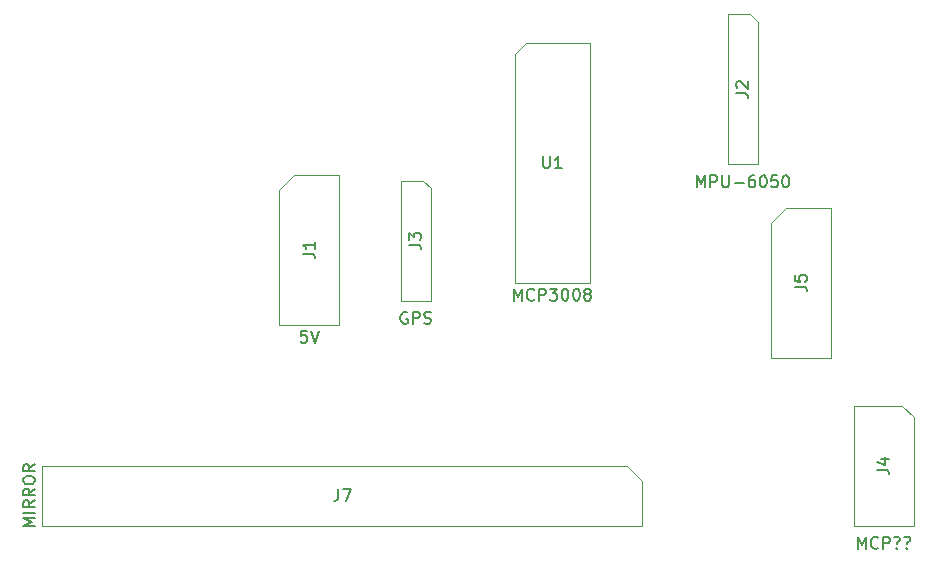
<source format=gbr>
%TF.GenerationSoftware,KiCad,Pcbnew,(5.1.9)-1*%
%TF.CreationDate,2022-08-11T12:06:35+02:00*%
%TF.ProjectId,raspi-shield,72617370-692d-4736-9869-656c642e6b69,rev?*%
%TF.SameCoordinates,Original*%
%TF.FileFunction,Other,Fab,Top*%
%FSLAX46Y46*%
G04 Gerber Fmt 4.6, Leading zero omitted, Abs format (unit mm)*
G04 Created by KiCad (PCBNEW (5.1.9)-1) date 2022-08-11 12:06:35*
%MOMM*%
%LPD*%
G01*
G04 APERTURE LIST*
%ADD10C,0.100000*%
%ADD11C,0.150000*%
G04 APERTURE END LIST*
D10*
%TO.C,U1*%
X126857000Y-46863000D02*
X132207000Y-46863000D01*
X132207000Y-46863000D02*
X132207000Y-67183000D01*
X132207000Y-67183000D02*
X125857000Y-67183000D01*
X125857000Y-67183000D02*
X125857000Y-47863000D01*
X125857000Y-47863000D02*
X126857000Y-46863000D01*
%TO.C,J7*%
X136652000Y-83947000D02*
X136652000Y-87757000D01*
X136652000Y-87757000D02*
X85852000Y-87757000D01*
X85852000Y-87757000D02*
X85852000Y-82677000D01*
X85852000Y-82677000D02*
X135382000Y-82677000D01*
X135382000Y-82677000D02*
X136652000Y-83947000D01*
%TO.C,J5*%
X148844000Y-60833000D02*
X152654000Y-60833000D01*
X152654000Y-60833000D02*
X152654000Y-73533000D01*
X152654000Y-73533000D02*
X147574000Y-73533000D01*
X147574000Y-73533000D02*
X147574000Y-62103000D01*
X147574000Y-62103000D02*
X148844000Y-60833000D01*
%TO.C,J4*%
X154559000Y-77597000D02*
X158639000Y-77597000D01*
X158639000Y-77597000D02*
X159639000Y-78597000D01*
X159639000Y-78597000D02*
X159639000Y-87757000D01*
X159639000Y-87757000D02*
X154559000Y-87757000D01*
X154559000Y-87757000D02*
X154559000Y-77597000D01*
%TO.C,J3*%
X116205000Y-58547000D02*
X118110000Y-58547000D01*
X118110000Y-58547000D02*
X118745000Y-59182000D01*
X118745000Y-59182000D02*
X118745000Y-68707000D01*
X118745000Y-68707000D02*
X116205000Y-68707000D01*
X116205000Y-68707000D02*
X116205000Y-58547000D01*
%TO.C,J2*%
X143891000Y-44450000D02*
X145796000Y-44450000D01*
X145796000Y-44450000D02*
X146431000Y-45085000D01*
X146431000Y-45085000D02*
X146431000Y-57150000D01*
X146431000Y-57150000D02*
X143891000Y-57150000D01*
X143891000Y-57150000D02*
X143891000Y-44450000D01*
%TO.C,J1*%
X107188000Y-58039000D02*
X110998000Y-58039000D01*
X110998000Y-58039000D02*
X110998000Y-70739000D01*
X110998000Y-70739000D02*
X105918000Y-70739000D01*
X105918000Y-70739000D02*
X105918000Y-59309000D01*
X105918000Y-59309000D02*
X107188000Y-58039000D01*
%TD*%
%TO.C,U1*%
D11*
X125793904Y-68695380D02*
X125793904Y-67695380D01*
X126127238Y-68409666D01*
X126460571Y-67695380D01*
X126460571Y-68695380D01*
X127508190Y-68600142D02*
X127460571Y-68647761D01*
X127317714Y-68695380D01*
X127222476Y-68695380D01*
X127079619Y-68647761D01*
X126984380Y-68552523D01*
X126936761Y-68457285D01*
X126889142Y-68266809D01*
X126889142Y-68123952D01*
X126936761Y-67933476D01*
X126984380Y-67838238D01*
X127079619Y-67743000D01*
X127222476Y-67695380D01*
X127317714Y-67695380D01*
X127460571Y-67743000D01*
X127508190Y-67790619D01*
X127936761Y-68695380D02*
X127936761Y-67695380D01*
X128317714Y-67695380D01*
X128412952Y-67743000D01*
X128460571Y-67790619D01*
X128508190Y-67885857D01*
X128508190Y-68028714D01*
X128460571Y-68123952D01*
X128412952Y-68171571D01*
X128317714Y-68219190D01*
X127936761Y-68219190D01*
X128841523Y-67695380D02*
X129460571Y-67695380D01*
X129127238Y-68076333D01*
X129270095Y-68076333D01*
X129365333Y-68123952D01*
X129412952Y-68171571D01*
X129460571Y-68266809D01*
X129460571Y-68504904D01*
X129412952Y-68600142D01*
X129365333Y-68647761D01*
X129270095Y-68695380D01*
X128984380Y-68695380D01*
X128889142Y-68647761D01*
X128841523Y-68600142D01*
X130079619Y-67695380D02*
X130174857Y-67695380D01*
X130270095Y-67743000D01*
X130317714Y-67790619D01*
X130365333Y-67885857D01*
X130412952Y-68076333D01*
X130412952Y-68314428D01*
X130365333Y-68504904D01*
X130317714Y-68600142D01*
X130270095Y-68647761D01*
X130174857Y-68695380D01*
X130079619Y-68695380D01*
X129984380Y-68647761D01*
X129936761Y-68600142D01*
X129889142Y-68504904D01*
X129841523Y-68314428D01*
X129841523Y-68076333D01*
X129889142Y-67885857D01*
X129936761Y-67790619D01*
X129984380Y-67743000D01*
X130079619Y-67695380D01*
X131032000Y-67695380D02*
X131127238Y-67695380D01*
X131222476Y-67743000D01*
X131270095Y-67790619D01*
X131317714Y-67885857D01*
X131365333Y-68076333D01*
X131365333Y-68314428D01*
X131317714Y-68504904D01*
X131270095Y-68600142D01*
X131222476Y-68647761D01*
X131127238Y-68695380D01*
X131032000Y-68695380D01*
X130936761Y-68647761D01*
X130889142Y-68600142D01*
X130841523Y-68504904D01*
X130793904Y-68314428D01*
X130793904Y-68076333D01*
X130841523Y-67885857D01*
X130889142Y-67790619D01*
X130936761Y-67743000D01*
X131032000Y-67695380D01*
X131936761Y-68123952D02*
X131841523Y-68076333D01*
X131793904Y-68028714D01*
X131746285Y-67933476D01*
X131746285Y-67885857D01*
X131793904Y-67790619D01*
X131841523Y-67743000D01*
X131936761Y-67695380D01*
X132127238Y-67695380D01*
X132222476Y-67743000D01*
X132270095Y-67790619D01*
X132317714Y-67885857D01*
X132317714Y-67933476D01*
X132270095Y-68028714D01*
X132222476Y-68076333D01*
X132127238Y-68123952D01*
X131936761Y-68123952D01*
X131841523Y-68171571D01*
X131793904Y-68219190D01*
X131746285Y-68314428D01*
X131746285Y-68504904D01*
X131793904Y-68600142D01*
X131841523Y-68647761D01*
X131936761Y-68695380D01*
X132127238Y-68695380D01*
X132222476Y-68647761D01*
X132270095Y-68600142D01*
X132317714Y-68504904D01*
X132317714Y-68314428D01*
X132270095Y-68219190D01*
X132222476Y-68171571D01*
X132127238Y-68123952D01*
X128270095Y-56475380D02*
X128270095Y-57284904D01*
X128317714Y-57380142D01*
X128365333Y-57427761D01*
X128460571Y-57475380D01*
X128651047Y-57475380D01*
X128746285Y-57427761D01*
X128793904Y-57380142D01*
X128841523Y-57284904D01*
X128841523Y-56475380D01*
X129841523Y-57475380D02*
X129270095Y-57475380D01*
X129555809Y-57475380D02*
X129555809Y-56475380D01*
X129460571Y-56618238D01*
X129365333Y-56713476D01*
X129270095Y-56761095D01*
%TO.C,J7*%
X85244380Y-87812238D02*
X84244380Y-87812238D01*
X84958666Y-87478904D01*
X84244380Y-87145571D01*
X85244380Y-87145571D01*
X85244380Y-86669380D02*
X84244380Y-86669380D01*
X85244380Y-85621761D02*
X84768190Y-85955095D01*
X85244380Y-86193190D02*
X84244380Y-86193190D01*
X84244380Y-85812238D01*
X84292000Y-85717000D01*
X84339619Y-85669380D01*
X84434857Y-85621761D01*
X84577714Y-85621761D01*
X84672952Y-85669380D01*
X84720571Y-85717000D01*
X84768190Y-85812238D01*
X84768190Y-86193190D01*
X85244380Y-84621761D02*
X84768190Y-84955095D01*
X85244380Y-85193190D02*
X84244380Y-85193190D01*
X84244380Y-84812238D01*
X84292000Y-84717000D01*
X84339619Y-84669380D01*
X84434857Y-84621761D01*
X84577714Y-84621761D01*
X84672952Y-84669380D01*
X84720571Y-84717000D01*
X84768190Y-84812238D01*
X84768190Y-85193190D01*
X84244380Y-84002714D02*
X84244380Y-83812238D01*
X84292000Y-83717000D01*
X84387238Y-83621761D01*
X84577714Y-83574142D01*
X84911047Y-83574142D01*
X85101523Y-83621761D01*
X85196761Y-83717000D01*
X85244380Y-83812238D01*
X85244380Y-84002714D01*
X85196761Y-84097952D01*
X85101523Y-84193190D01*
X84911047Y-84240809D01*
X84577714Y-84240809D01*
X84387238Y-84193190D01*
X84292000Y-84097952D01*
X84244380Y-84002714D01*
X85244380Y-82574142D02*
X84768190Y-82907476D01*
X85244380Y-83145571D02*
X84244380Y-83145571D01*
X84244380Y-82764619D01*
X84292000Y-82669380D01*
X84339619Y-82621761D01*
X84434857Y-82574142D01*
X84577714Y-82574142D01*
X84672952Y-82621761D01*
X84720571Y-82669380D01*
X84768190Y-82764619D01*
X84768190Y-83145571D01*
X110918666Y-84669380D02*
X110918666Y-85383666D01*
X110871047Y-85526523D01*
X110775809Y-85621761D01*
X110632952Y-85669380D01*
X110537714Y-85669380D01*
X111299619Y-84669380D02*
X111966285Y-84669380D01*
X111537714Y-85669380D01*
%TO.C,J5*%
X149566380Y-67516333D02*
X150280666Y-67516333D01*
X150423523Y-67563952D01*
X150518761Y-67659190D01*
X150566380Y-67802047D01*
X150566380Y-67897285D01*
X149566380Y-66563952D02*
X149566380Y-67040142D01*
X150042571Y-67087761D01*
X149994952Y-67040142D01*
X149947333Y-66944904D01*
X149947333Y-66706809D01*
X149994952Y-66611571D01*
X150042571Y-66563952D01*
X150137809Y-66516333D01*
X150375904Y-66516333D01*
X150471142Y-66563952D01*
X150518761Y-66611571D01*
X150566380Y-66706809D01*
X150566380Y-66944904D01*
X150518761Y-67040142D01*
X150471142Y-67087761D01*
%TO.C,J4*%
X154908523Y-89709380D02*
X154908523Y-88709380D01*
X155241857Y-89423666D01*
X155575190Y-88709380D01*
X155575190Y-89709380D01*
X156622809Y-89614142D02*
X156575190Y-89661761D01*
X156432333Y-89709380D01*
X156337095Y-89709380D01*
X156194238Y-89661761D01*
X156099000Y-89566523D01*
X156051380Y-89471285D01*
X156003761Y-89280809D01*
X156003761Y-89137952D01*
X156051380Y-88947476D01*
X156099000Y-88852238D01*
X156194238Y-88757000D01*
X156337095Y-88709380D01*
X156432333Y-88709380D01*
X156575190Y-88757000D01*
X156622809Y-88804619D01*
X157051380Y-89709380D02*
X157051380Y-88709380D01*
X157432333Y-88709380D01*
X157527571Y-88757000D01*
X157575190Y-88804619D01*
X157622809Y-88899857D01*
X157622809Y-89042714D01*
X157575190Y-89137952D01*
X157527571Y-89185571D01*
X157432333Y-89233190D01*
X157051380Y-89233190D01*
X158194238Y-89614142D02*
X158241857Y-89661761D01*
X158194238Y-89709380D01*
X158146619Y-89661761D01*
X158194238Y-89614142D01*
X158194238Y-89709380D01*
X158003761Y-88757000D02*
X158099000Y-88709380D01*
X158337095Y-88709380D01*
X158432333Y-88757000D01*
X158479952Y-88852238D01*
X158479952Y-88947476D01*
X158432333Y-89042714D01*
X158384714Y-89090333D01*
X158289476Y-89137952D01*
X158241857Y-89185571D01*
X158194238Y-89280809D01*
X158194238Y-89328428D01*
X159051380Y-89614142D02*
X159099000Y-89661761D01*
X159051380Y-89709380D01*
X159003761Y-89661761D01*
X159051380Y-89614142D01*
X159051380Y-89709380D01*
X158860904Y-88757000D02*
X158956142Y-88709380D01*
X159194238Y-88709380D01*
X159289476Y-88757000D01*
X159337095Y-88852238D01*
X159337095Y-88947476D01*
X159289476Y-89042714D01*
X159241857Y-89090333D01*
X159146619Y-89137952D01*
X159099000Y-89185571D01*
X159051380Y-89280809D01*
X159051380Y-89328428D01*
X156551380Y-83010333D02*
X157265666Y-83010333D01*
X157408523Y-83057952D01*
X157503761Y-83153190D01*
X157551380Y-83296047D01*
X157551380Y-83391285D01*
X156884714Y-82105571D02*
X157551380Y-82105571D01*
X156503761Y-82343666D02*
X157218047Y-82581761D01*
X157218047Y-81962714D01*
%TO.C,J3*%
X116760714Y-69707000D02*
X116665476Y-69659380D01*
X116522619Y-69659380D01*
X116379761Y-69707000D01*
X116284523Y-69802238D01*
X116236904Y-69897476D01*
X116189285Y-70087952D01*
X116189285Y-70230809D01*
X116236904Y-70421285D01*
X116284523Y-70516523D01*
X116379761Y-70611761D01*
X116522619Y-70659380D01*
X116617857Y-70659380D01*
X116760714Y-70611761D01*
X116808333Y-70564142D01*
X116808333Y-70230809D01*
X116617857Y-70230809D01*
X117236904Y-70659380D02*
X117236904Y-69659380D01*
X117617857Y-69659380D01*
X117713095Y-69707000D01*
X117760714Y-69754619D01*
X117808333Y-69849857D01*
X117808333Y-69992714D01*
X117760714Y-70087952D01*
X117713095Y-70135571D01*
X117617857Y-70183190D01*
X117236904Y-70183190D01*
X118189285Y-70611761D02*
X118332142Y-70659380D01*
X118570238Y-70659380D01*
X118665476Y-70611761D01*
X118713095Y-70564142D01*
X118760714Y-70468904D01*
X118760714Y-70373666D01*
X118713095Y-70278428D01*
X118665476Y-70230809D01*
X118570238Y-70183190D01*
X118379761Y-70135571D01*
X118284523Y-70087952D01*
X118236904Y-70040333D01*
X118189285Y-69945095D01*
X118189285Y-69849857D01*
X118236904Y-69754619D01*
X118284523Y-69707000D01*
X118379761Y-69659380D01*
X118617857Y-69659380D01*
X118760714Y-69707000D01*
X116927380Y-63960333D02*
X117641666Y-63960333D01*
X117784523Y-64007952D01*
X117879761Y-64103190D01*
X117927380Y-64246047D01*
X117927380Y-64341285D01*
X116927380Y-63579380D02*
X116927380Y-62960333D01*
X117308333Y-63293666D01*
X117308333Y-63150809D01*
X117355952Y-63055571D01*
X117403571Y-63007952D01*
X117498809Y-62960333D01*
X117736904Y-62960333D01*
X117832142Y-63007952D01*
X117879761Y-63055571D01*
X117927380Y-63150809D01*
X117927380Y-63436523D01*
X117879761Y-63531761D01*
X117832142Y-63579380D01*
%TO.C,J2*%
X141280047Y-59102380D02*
X141280047Y-58102380D01*
X141613380Y-58816666D01*
X141946714Y-58102380D01*
X141946714Y-59102380D01*
X142422904Y-59102380D02*
X142422904Y-58102380D01*
X142803857Y-58102380D01*
X142899095Y-58150000D01*
X142946714Y-58197619D01*
X142994333Y-58292857D01*
X142994333Y-58435714D01*
X142946714Y-58530952D01*
X142899095Y-58578571D01*
X142803857Y-58626190D01*
X142422904Y-58626190D01*
X143422904Y-58102380D02*
X143422904Y-58911904D01*
X143470523Y-59007142D01*
X143518142Y-59054761D01*
X143613380Y-59102380D01*
X143803857Y-59102380D01*
X143899095Y-59054761D01*
X143946714Y-59007142D01*
X143994333Y-58911904D01*
X143994333Y-58102380D01*
X144470523Y-58721428D02*
X145232428Y-58721428D01*
X146137190Y-58102380D02*
X145946714Y-58102380D01*
X145851476Y-58150000D01*
X145803857Y-58197619D01*
X145708619Y-58340476D01*
X145661000Y-58530952D01*
X145661000Y-58911904D01*
X145708619Y-59007142D01*
X145756238Y-59054761D01*
X145851476Y-59102380D01*
X146041952Y-59102380D01*
X146137190Y-59054761D01*
X146184809Y-59007142D01*
X146232428Y-58911904D01*
X146232428Y-58673809D01*
X146184809Y-58578571D01*
X146137190Y-58530952D01*
X146041952Y-58483333D01*
X145851476Y-58483333D01*
X145756238Y-58530952D01*
X145708619Y-58578571D01*
X145661000Y-58673809D01*
X146851476Y-58102380D02*
X146946714Y-58102380D01*
X147041952Y-58150000D01*
X147089571Y-58197619D01*
X147137190Y-58292857D01*
X147184809Y-58483333D01*
X147184809Y-58721428D01*
X147137190Y-58911904D01*
X147089571Y-59007142D01*
X147041952Y-59054761D01*
X146946714Y-59102380D01*
X146851476Y-59102380D01*
X146756238Y-59054761D01*
X146708619Y-59007142D01*
X146661000Y-58911904D01*
X146613380Y-58721428D01*
X146613380Y-58483333D01*
X146661000Y-58292857D01*
X146708619Y-58197619D01*
X146756238Y-58150000D01*
X146851476Y-58102380D01*
X148089571Y-58102380D02*
X147613380Y-58102380D01*
X147565761Y-58578571D01*
X147613380Y-58530952D01*
X147708619Y-58483333D01*
X147946714Y-58483333D01*
X148041952Y-58530952D01*
X148089571Y-58578571D01*
X148137190Y-58673809D01*
X148137190Y-58911904D01*
X148089571Y-59007142D01*
X148041952Y-59054761D01*
X147946714Y-59102380D01*
X147708619Y-59102380D01*
X147613380Y-59054761D01*
X147565761Y-59007142D01*
X148756238Y-58102380D02*
X148851476Y-58102380D01*
X148946714Y-58150000D01*
X148994333Y-58197619D01*
X149041952Y-58292857D01*
X149089571Y-58483333D01*
X149089571Y-58721428D01*
X149041952Y-58911904D01*
X148994333Y-59007142D01*
X148946714Y-59054761D01*
X148851476Y-59102380D01*
X148756238Y-59102380D01*
X148661000Y-59054761D01*
X148613380Y-59007142D01*
X148565761Y-58911904D01*
X148518142Y-58721428D01*
X148518142Y-58483333D01*
X148565761Y-58292857D01*
X148613380Y-58197619D01*
X148661000Y-58150000D01*
X148756238Y-58102380D01*
X144613380Y-51133333D02*
X145327666Y-51133333D01*
X145470523Y-51180952D01*
X145565761Y-51276190D01*
X145613380Y-51419047D01*
X145613380Y-51514285D01*
X144708619Y-50704761D02*
X144661000Y-50657142D01*
X144613380Y-50561904D01*
X144613380Y-50323809D01*
X144661000Y-50228571D01*
X144708619Y-50180952D01*
X144803857Y-50133333D01*
X144899095Y-50133333D01*
X145041952Y-50180952D01*
X145613380Y-50752380D01*
X145613380Y-50133333D01*
%TO.C,J1*%
X108267523Y-71251380D02*
X107791333Y-71251380D01*
X107743714Y-71727571D01*
X107791333Y-71679952D01*
X107886571Y-71632333D01*
X108124666Y-71632333D01*
X108219904Y-71679952D01*
X108267523Y-71727571D01*
X108315142Y-71822809D01*
X108315142Y-72060904D01*
X108267523Y-72156142D01*
X108219904Y-72203761D01*
X108124666Y-72251380D01*
X107886571Y-72251380D01*
X107791333Y-72203761D01*
X107743714Y-72156142D01*
X108600857Y-71251380D02*
X108934190Y-72251380D01*
X109267523Y-71251380D01*
X107910380Y-64722333D02*
X108624666Y-64722333D01*
X108767523Y-64769952D01*
X108862761Y-64865190D01*
X108910380Y-65008047D01*
X108910380Y-65103285D01*
X108910380Y-63722333D02*
X108910380Y-64293761D01*
X108910380Y-64008047D02*
X107910380Y-64008047D01*
X108053238Y-64103285D01*
X108148476Y-64198523D01*
X108196095Y-64293761D01*
%TD*%
M02*

</source>
